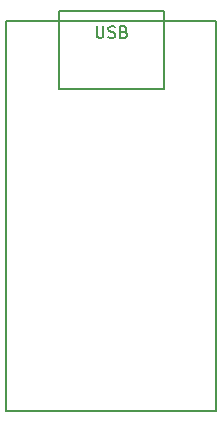
<source format=gbr>
G04 #@! TF.GenerationSoftware,KiCad,Pcbnew,8.0.3*
G04 #@! TF.CreationDate,2024-06-16T15:20:09+01:00*
G04 #@! TF.ProjectId,ykb,796b622e-6b69-4636-9164-5f7063625858,v1.0.0*
G04 #@! TF.SameCoordinates,Original*
G04 #@! TF.FileFunction,Other,Comment*
%FSLAX46Y46*%
G04 Gerber Fmt 4.6, Leading zero omitted, Abs format (unit mm)*
G04 Created by KiCad (PCBNEW 8.0.3) date 2024-06-16 15:20:09*
%MOMM*%
%LPD*%
G01*
G04 APERTURE LIST*
%ADD10C,0.150000*%
%ADD11C,0.200000*%
G04 APERTURE END LIST*
D10*
X223818095Y-147199819D02*
X223818095Y-148009342D01*
X223818095Y-148009342D02*
X223865714Y-148104580D01*
X223865714Y-148104580D02*
X223913333Y-148152200D01*
X223913333Y-148152200D02*
X224008571Y-148199819D01*
X224008571Y-148199819D02*
X224199047Y-148199819D01*
X224199047Y-148199819D02*
X224294285Y-148152200D01*
X224294285Y-148152200D02*
X224341904Y-148104580D01*
X224341904Y-148104580D02*
X224389523Y-148009342D01*
X224389523Y-148009342D02*
X224389523Y-147199819D01*
X224818095Y-148152200D02*
X224960952Y-148199819D01*
X224960952Y-148199819D02*
X225199047Y-148199819D01*
X225199047Y-148199819D02*
X225294285Y-148152200D01*
X225294285Y-148152200D02*
X225341904Y-148104580D01*
X225341904Y-148104580D02*
X225389523Y-148009342D01*
X225389523Y-148009342D02*
X225389523Y-147914104D01*
X225389523Y-147914104D02*
X225341904Y-147818866D01*
X225341904Y-147818866D02*
X225294285Y-147771247D01*
X225294285Y-147771247D02*
X225199047Y-147723628D01*
X225199047Y-147723628D02*
X225008571Y-147676009D01*
X225008571Y-147676009D02*
X224913333Y-147628390D01*
X224913333Y-147628390D02*
X224865714Y-147580771D01*
X224865714Y-147580771D02*
X224818095Y-147485533D01*
X224818095Y-147485533D02*
X224818095Y-147390295D01*
X224818095Y-147390295D02*
X224865714Y-147295057D01*
X224865714Y-147295057D02*
X224913333Y-147247438D01*
X224913333Y-147247438D02*
X225008571Y-147199819D01*
X225008571Y-147199819D02*
X225246666Y-147199819D01*
X225246666Y-147199819D02*
X225389523Y-147247438D01*
X226151428Y-147676009D02*
X226294285Y-147723628D01*
X226294285Y-147723628D02*
X226341904Y-147771247D01*
X226341904Y-147771247D02*
X226389523Y-147866485D01*
X226389523Y-147866485D02*
X226389523Y-148009342D01*
X226389523Y-148009342D02*
X226341904Y-148104580D01*
X226341904Y-148104580D02*
X226294285Y-148152200D01*
X226294285Y-148152200D02*
X226199047Y-148199819D01*
X226199047Y-148199819D02*
X225818095Y-148199819D01*
X225818095Y-148199819D02*
X225818095Y-147199819D01*
X225818095Y-147199819D02*
X226151428Y-147199819D01*
X226151428Y-147199819D02*
X226246666Y-147247438D01*
X226246666Y-147247438D02*
X226294285Y-147295057D01*
X226294285Y-147295057D02*
X226341904Y-147390295D01*
X226341904Y-147390295D02*
X226341904Y-147485533D01*
X226341904Y-147485533D02*
X226294285Y-147580771D01*
X226294285Y-147580771D02*
X226246666Y-147628390D01*
X226246666Y-147628390D02*
X226151428Y-147676009D01*
X226151428Y-147676009D02*
X225818095Y-147676009D01*
G04 #@! TO.C,U1*
X220630001Y-145900001D02*
X229530001Y-145900001D01*
X229530001Y-152550001D01*
X220630001Y-152550001D01*
X220630001Y-145900001D01*
D11*
X233970000Y-146750000D02*
X216190000Y-146750000D01*
X216190000Y-179770000D01*
X233970000Y-179770000D01*
X233970000Y-146750000D01*
G04 #@! TD*
M02*

</source>
